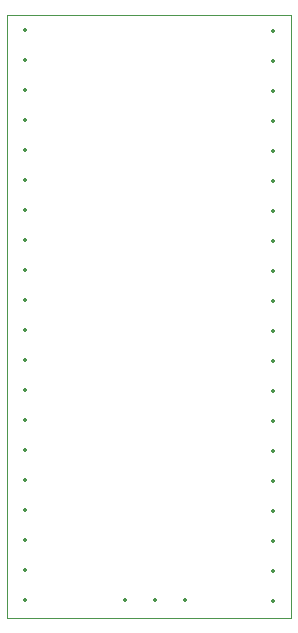
<source format=gbr>
%TF.GenerationSoftware,KiCad,Pcbnew,8.0.7*%
%TF.CreationDate,2025-02-02T23:02:36+05:30*%
%TF.ProjectId,my-template,6d792d74-656d-4706-9c61-74652e6b6963,rev?*%
%TF.SameCoordinates,Original*%
%TF.FileFunction,Profile,NP*%
%FSLAX46Y46*%
G04 Gerber Fmt 4.6, Leading zero omitted, Abs format (unit mm)*
G04 Created by KiCad (PCBNEW 8.0.7) date 2025-02-02 23:02:36*
%MOMM*%
%LPD*%
G01*
G04 APERTURE LIST*
%TA.AperFunction,Profile*%
%ADD10C,0.050000*%
%TD*%
%ADD11C,0.350000*%
G04 APERTURE END LIST*
D10*
X214000000Y-78500000D02*
X238000000Y-78500000D01*
X238000000Y-129500000D01*
X214000000Y-129500000D01*
X214000000Y-78500000D01*
D11*
X236500000Y-128080000D03*
X236500000Y-125540000D03*
X236500000Y-123000000D03*
X236500000Y-120460000D03*
X236500000Y-117920000D03*
X236500000Y-115380000D03*
X236500000Y-112840000D03*
X236500000Y-110300000D03*
X236500000Y-107760000D03*
X236500000Y-105220000D03*
X236500000Y-102680000D03*
X236500000Y-100140000D03*
X236500000Y-97600000D03*
X236500000Y-95060000D03*
X236500000Y-92520000D03*
X236500000Y-89980000D03*
X236500000Y-87440000D03*
X236500000Y-84900000D03*
X236500000Y-82360000D03*
X236500000Y-79820000D03*
X215500000Y-79780000D03*
X215500000Y-82320000D03*
X215500000Y-84860000D03*
X215500000Y-87400000D03*
X215500000Y-89940000D03*
X215500000Y-92480000D03*
X215500000Y-95020000D03*
X215500000Y-97560000D03*
X215500000Y-100100000D03*
X215500000Y-102640000D03*
X215500000Y-105180000D03*
X215500000Y-107720000D03*
X215500000Y-110260000D03*
X215500000Y-112800000D03*
X215500000Y-115340000D03*
X215500000Y-117880000D03*
X215500000Y-120420000D03*
X215500000Y-122960000D03*
X215500000Y-125500000D03*
X215500000Y-128040000D03*
X223960000Y-128000000D03*
X226500000Y-128000000D03*
X229040000Y-128000000D03*
M02*

</source>
